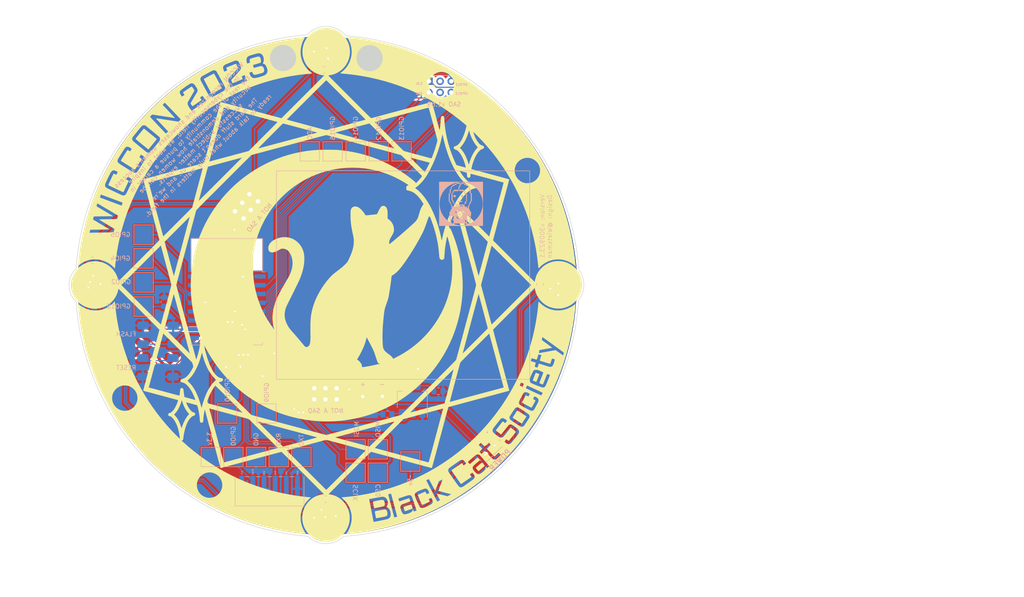
<source format=kicad_pcb>
(kicad_pcb (version 20211014) (generator pcbnew)
  (title_block (rev "1.1"))
  (layers (0 "F.Cu" signal) (31 "B.Cu" signal) (34 "B.Paste" user) (35 "F.Paste" user) (36 "B.SilkS" user "B.Silkscreen") (37 "F.SilkS" user "F.Silkscreen") (38 "B.Mask" user) (39 "F.Mask" user) (44 "Edge.Cuts" user))
  (net 0 "")
  (net 1 "GND")
  (net 2 "Net-(D1-Pad2)")
  (net 3 "Net-(D2-Pad2)")
  (net 4 "Net-(D3-Pad2)")
  (net 5 "GPIO09")
  (net 6 "RST")
  (net 7 "ADC")
  (net 8 "GPIO16")
  (net 9 "GPIO14")
  (net 10 "GPIO12")
  (net 11 "GPIO13")
  (net 12 "3.3v")
  (net 13 "CS0")
  (net 14 "MISO")
  (net 15 "GPIO10")
  (net 16 "MOSI")
  (net 17 "SCLK")
  (net 18 "GPIO15")
  (net 19 "GPIO02")
  (net 20 "GPIO0")
  (net 21 "GPIO04")
  (net 22 "GPIO05")
  (net 23 "RXD")
  (net 24 "TXD")
  (net 32 "D out{slash}in")
  (net 36 "4v")
  (net 37 "+4V")
  (footprint "LED_SMD:LED_WS2812B_PLCC4_5.0x5.0mm_P3.2mm" (layer "F.Cu") (at 150.23 153.514054)
    (fp_text reference "D3" hide)
    (fp_text value "WS2812B" hide)
  )
  (footprint "LED_SMD:LED_WS2812B_PLCC4_5.0x5.0mm_P3.2mm" (layer "F.Cu") (at 203.14 100.48 90)
    (fp_text reference "D2" hide)
    (fp_text value "WS2812B" hide)
  )
  (footprint "Connector_PinSocket_2.54mm:PinSocket_2x03_P2.54mm_Vertical" (layer "F.Cu") (at 129.521567 83.713072 140)
    (fp_text reference "J3" hide)
    (fp_text value "NOT A SAO")
  )
  (footprint "Connector_PinSocket_2.54mm:PinSocket_2x03_P2.54mm_Vertical" (layer "F.Cu") (at 173.685 54.11 90)
    (fp_text reference "J1" hide)
    (fp_text value "SAO v1.69")
  )
  (footprint "Connector_PinSocket_2.54mm:PinSocket_2x03_P2.54mm_Vertical" (layer "F.Cu") (at 147.575 124.01 90)
    (fp_text reference "J2" hide)
    (fp_text value "NOT A SAO")
  )
  (footprint "Zerocopter:sw_tactile_4x4" (layer "F.Cu") (at 111.341387 121.728337 -44)
    (fp_text reference "MODE1" hide)
    (fp_text value "MODE" hide)
  )
  (footprint "Zerocopter:WICCON_CAT_MOON_STAR2" (layer "F.Cu") (at 149.937089 100.334395)
    (fp_text reference "Ref**" hide)
    (fp_text value "Val**" hide)
    (fp_arc (start -3.8 57.4) (mid -40.120972 40.5095) (end -56.6 4) (layer "Edge.Cuts") (width 0.12))
    (fp_arc (start -4 -56.8) (mid 0.446237 -58.734438) (end 4.8 -56.6) (layer "Edge.Cuts") (width 0.12))
    (fp_arc (start 57.8 3.7) (mid 41.234967 40.662667) (end 4.35 57.4) (layer "Edge.Cuts") (width 0.12))
    (fp_arc (start 4.8 -56.6) (mid 41.218706 -39.774831) (end 57.9 -3.29) (layer "Edge.Cuts") (width 0.12))
    (fp_arc (start 57.9 -3.29) (mid 59.032648 0.221919) (end 57.8 3.7) (layer "Edge.Cuts") (width 0.12))
    (fp_arc (start 4.35 57.4) (mid 0.275 59.076976) (end -3.8 57.4) (layer "Edge.Cuts") (width 0.12))
    (fp_arc (start -56.6 4) (mid -58.223703 0.2) (end -56.6 -3.6) (layer "Edge.Cuts") (width 0.12))
    (fp_arc (start -56.6 -3.6) (mid -40.183464 -39.971996) (end -4 -56.8) (layer "Edge.Cuts") (width 0.12))
  )
  (footprint "LED_SMD:LED_WS2812B_PLCC4_5.0x5.0mm_P3.2mm" (layer "F.Cu") (at 97.612089 100.5 -90)
    (fp_text reference "D4" hide)
    (fp_text value "WS2812B" hide)
  )
  (footprint "LED_SMD:LED_WS2812B_PLCC4_5.0x5.0mm_P3.2mm" (layer "F.Cu") (at 150.31 47.24 180)
    (fp_text reference "D1" hide)
    (fp_text value "WS2812B" hide)
  )
  (footprint "TestPoint:TestPoint_Pad_4.0x4.0mm" (layer "B.Cu") (at 162.052 137.922 -90)
    (fp_text reference "TP18" hide)
    (fp_text value "MISO")
  )
  (footprint "Resistor_SMD:R_0805_2012Metric_Pad1.20x1.40mm_HandSolder" (layer "B.Cu") (at 113.42 104.35 -90)
    (fp_text reference "R1" hide)
    (fp_text value "10k" hide)
  )
  (footprint "Zerocopter:sw_tactile_4x4" (layer "B.Cu") (at 107.6375 122.5145 180)
    (fp_text reference "RESET1" hide)
    (fp_text value "RESET")
  )
  (footprint "Zerocopter:Battery_holder_3AA" (layer "B.Cu") (at 167.8 98.205)
    (fp_text reference "BT1" hide)
    (fp_text value "Battery" hide)
  )
  (footprint "TestPoint:TestPoint_Pad_4.0x4.0mm" (layer "B.Cu") (at 134.32 139.69 180)
    (fp_text reference "TP1" hide)
    (fp_text value "GND")
  )
  (footprint "TestPoint:TestPoint_Pad_4.0x4.0mm" (layer "B.Cu") (at 108.692 89.04)
    (fp_text reference "TP23" hide)
    (fp_text value "GPIO5")
  )
  (footprint "TestPoint:TestPoint_Pad_4.0x4.0mm" (layer "B.Cu") (at 151.75 70.08)
    (fp_text reference "TP20" hide)
    (fp_text value "GPIO16")
  )
  (footprint "TestPoint:TestPoint_Pad_4.0x4.0mm" (layer "B.Cu") (at 136.7 129.76)
    (fp_text reference "TP24" hide)
    (fp_text value "GPIO9")
  )
  (footprint "Package_TO_SOT_SMD:SOT-223-3_TabPin2" (layer "B.Cu") (at 169.89 126.59 90)
    (fp_text reference "U2" hide)
    (fp_text value "AMS1117-3.3" hide)
  )
  (footprint "Resistor_SMD:R_0805_2012Metric" (layer "B.Cu") (at 198.99 100.34 90)
    (fp_text reference "C2" hide)
    (fp_text value "0.1uf" hide)
  )
  (footprint "Resistor_SMD:R_0805_2012Metric" (layer "B.Cu") (at 149.81 51.51 180)
    (fp_text reference "C1" hide)
    (fp_text value "0.1uf" hide)
  )
  (footprint "TestPoint:TestPoint_Pad_4.0x4.0mm" (layer "B.Cu") (at 162.052 143.256 -90)
    (fp_text reference "TP14" hide)
    (fp_text value "CS0")
  )
  (footprint "TestPoint:TestPoint_Pad_4.0x4.0mm" (layer "B.Cu") (at 108.712 99.91)
    (fp_text reference "TP16" hide)
    (fp_text value "GPIO2")
  )
  (footprint "Resistor_SMD:R_0805_2012Metric" (layer "B.Cu") (at 97.025 94.9 180)
    (fp_text reference "C4" hide)
    (fp_text value "0.1uf" hide)
  )
  (footprint "Zerocopter:MSK12C02" (layer "B.Cu") (at 187.58 138.12 -135)
    (fp_text reference "S1" hide)
    (fp_text value "POWER")
  )
  (footprint "TestPoint:TestPoint_Pad_4.0x4.0mm" (layer "B.Cu") (at 124.01 139.69 180)
    (fp_text reference "TP2" hide)
    (fp_text value "3.3v")
  )
  (footprint "RF_Module:ESP-12E" (layer "B.Cu") (at 127.65 102.05 180)
    (fp_text reference "U1" hide)
    (fp_text value "ESP-12F" hide)
  )
  (footprint "Capacitor_SMD:C_0805_2012Metric_Pad1.18x1.45mm_HandSolder" (layer "B.Cu") (at 175.84 124.69)
    (fp_text reference "C7" hide)
    (fp_text value "47 - 1000uF" hide)
  )
  (footprint "TestPoint:TestPoint_Pad_4.0x4.0mm" (layer "B.Cu") (at 144.64 139.69 180)
    (fp_text reference "TP4" hide)
    (fp_text value "TXD")
  )
  (footprint "TestPoint:TestPoint_Pad_4.0x4.0mm" (layer "B.Cu") (at 146.54 70.07 180)
    (fp_text reference "TP9" hide)
    (fp_text value "ADC")
  )
  (footprint "Capacitor_SMD:C_0805_2012Metric_Pad1.18x1.45mm_HandSolder" (layer "B.Cu") (at 164.22 129.93 180)
    (fp_text reference "C5" hide)
    (fp_text value "0.1 - 10uF" hide)
  )
  (footprint "TestPoint:TestPoint_Pad_4.0x4.0mm" (layer "B.Cu") (at 157 70.06)
    (fp_text reference "TP13" hide)
    (fp_text value "GPIO14")
  )
  (footprint "TestPoint:TestPoint_Pad_4.0x4.0mm" (layer "B.Cu") (at 127.74 129.76)
    (fp_text reference "TP25" hide)
    (fp_text value "GPIO10")
  )
  (footprint "Connector_Harting:Harting_har-flexicon_14110413010xxx_1x04-MP_P2.54mm_Horizontal" (layer "B.Cu") (at 137.39 148.22 180)
    (fp_text reference "J4" hide)
    (fp_text value "Conn_01x06_Female" hide)
  )
  (footprint "TestPoint:TestPoint_Pad_4.0x4.0mm" (layer "B.Cu") (at 108.712 105.41)
    (fp_text reference "TP17" hide)
    (fp_text value "GPIO15")
  )
  (footprint "TestPoint:TestPoint_Pad_4.0x4.0mm" (layer "B.Cu") (at 156.972 143.256 180)
    (fp_text reference "TP22" hide)
    (fp_text value "SCLK")
  )
  (footprint "TestPoint:TestPoint_Pad_4.0x4.0mm" (layer "B.Cu") (at 108.692 94.44 90)
    (fp_text reference "TP19" hide)
    (fp_text value "GPIO4")
  )
  (footprint "TestPoint:TestPoint_Pad_4.0x4.0mm" (layer "B.Cu") (at 156.972 137.922 180)
    (fp_text reference "TP21" hide)
    (fp_text value "MOSI")
  )
  (footprint "Zerocopter:sw_tactile_4x4" (layer "B.Cu") (at 116.3225 108.5955)
    (fp_text reference "FLASH1" hide)
    (fp_text value "FLASH")
  )
  (footprint "TestPoint:TestPoint_Pad_4.0x4.0mm" (layer "B.Cu") (at 169.418 140.716 90)
    (fp_text reference "TP28" hide)
    (fp_text value "~5v")
  )
  (footprint "TestPoint:TestPoint_Pad_4.0x4.0mm" (layer "B.Cu") (at 162.24 70.06)
    (fp_text reference "TP27" hide)
    (fp_text value "GPIO12")
  )
  (footprint "TestPoint:TestPoint_Pad_4.0x4.0mm" (layer "B.Cu") (at 167.46 70.06)
    (fp_text reference "TP30" hide)
    (fp_text value "GPIO13")
  )
  (footprint "TestPoint:TestPoint_Pad_4.0x4.0mm" (layer "B.Cu") (at 139.47 139.69 180)
    (fp_text reference "TP5" hide)
    (fp_text value "RXD")
  )
  (footprint "Resistor_SMD:R_0805_2012Metric" (layer "B.Cu") (at 150.125 149.275)
    (fp_text reference "C3" hide)
    (fp_text value "0.1uf" hide)
  )
  (footprint "Zerocopter:Chantal" (layer "B.Cu") (at 180.963427 81.751418 180)
    (fp_text reference "REF**" hide)
    (fp_text value "Chantal" hide)
  )
  (footprint "TestPoint:TestPoint_Pad_4.0x4.0mm" (layer "B.Cu") (at 129.15 139.69 180)
    (fp_text reference "TP3" hide)
    (fp_text value "GPIO0")
  )
  (gr_circle (center 140.45 48.801406) (end 143.331406 48.801406) (layer "Edge.Cuts") (width 0.2) (fill solid))
  (gr_circle (center 160.168594 48.85) (end 163.05 48.85) (layer "Edge.Cuts") (width 0.2) (fill solid))
  (gr_text "GPIO0" (at 133.604 143.002 90) (layer "B.SilkS") (effects (font (size 0.3 0.3) (thickness 0.05)) (justify mirror)))
  (gr_text "3.3v" (at 131.064 143.256 90) (layer "B.SilkS") (effects (font (size 0.3 0.3) (thickness 0.05)) (justify mirror)))
  (gr_text "GND" (at 171.45 56.896) (layer "B.SilkS") (effects (font (size 0.5 0.5) (thickness 0.1)) (justify mirror)))
  (gr_text "GPIO13" (at 181.102 56.896) (layer "B.SilkS") (effects (font (size 0.5 0.5) (thickness 0.1)) (justify mirror)))
  (gr_text "Design: @Wietsman" (at 201.2 87.2 90) (layer "B.SilkS") (effects (font (size 1 1) (thickness 0.1)) (justify mirror)))
  (gr_text "3.3v" (at 171.45 54.61) (layer "B.SilkS") (effects (font (size 0.5 0.5) (thickness 0.1)) (justify mirror)))
  (gr_text "RXD" (at 138.684 143.256 90) (layer "B.SilkS") (effects (font (size 0.3 0.3) (thickness 0.05)) (justify mirror)))
  (gr_text "TXD" (at 141.224 143.256 90) (layer "B.SilkS") (effects (font (size 0.3 0.3) (thickness 0.05)) (justify mirror)))
  (gr_text "GND" (at 143.764 143.256 90) (layer "B.SilkS") (effects (font (size 0.3 0.3) (thickness 0.05)) (justify mirror)))
  (gr_text "GPIO12" (at 181.102 54.864) (layer "B.SilkS") (effects (font (size 0.5 0.5) (thickness 0.1)) (justify mirror)))
  (gr_text "GND" (at 136.144 143.256 90) (layer "B.SilkS") (effects (font (size 0.3 0.3) (thickness 0.05)) (justify mirror)))
  (gr_text "Version: v300923.1" (at 199.5 87.122 90) (layer "B.SilkS") (effects (font (size 1 1) (thickness 0.1)) (justify mirror)))
  (gr_text "WICCON recognizes and showcases women's success\n in the cybersecurity field. We want to inspire \nthe rest of the community to pursue a career in \nsecurity and demonstrate how women can be \nsuccessful subject matter experts. \nThe hard stuff doesn't scare us, and we're \nready to talk about what truly matters in the field.\n" (at 120.1 67.55 44) (layer "B.SilkS") (effects (font (size 1 1)) (justify mirror)))
  (via (at 127.5 119.18) (size 0.8) (drill 0.4) (layers "F.Cu" "B.Cu") (net 1))
  (via (at 171.196 119.634) (size 0.8) (drill 0.4) (layers "F.Cu" "B.Cu") (net 1))
  (via (at 203.15 100.15) (size 0.8) (drill 0.4) (layers "F.Cu" "B.Cu") (net 1))
  (via (at 138.43 116.078) (size 0.8) (drill 0.4) (layers "F.Cu" "B.Cu") (net 1))
  (via (at 129.4 87.925) (size 0.8) (drill 0.4) (layers "F.Cu" "B.Cu") (net 1))
  (via (at 150.35 46.56) (size 0.8) (drill 0.4) (layers "F.Cu" "B.Cu") (net 1))
  (via (at 153 129.75) (size 0.8) (drill 0.4) (layers "F.Cu" "B.Cu") (net 1))
  (via (at 143.002 128.778) (size 0.8) (drill 0.4) (layers "F.Cu" "B.Cu") (net 1))
  (via (at 96.52 99.822) (size 0.8) (drill 0.4) (layers "F.Cu" "B.Cu") (net 1))
  (via (at 155.57 124.3) (size 0.8) (drill 0.4) (layers "F.Cu" "B.Cu") (net 1))
  (via (at 150.11 153.36) (size 0.8) (drill 0.4) (layers "F.Cu" "B.Cu") (net 1))
  (segment (start 152.76 45.59) (end 153.835 46.665) (width 0.25) (layer "F.Cu") (net 2))
  (segment (start 203 96.52) (end 201.49 98.03) (width 0.25) (layer "F.Cu") (net 2))
  (segment (start 191.516 69.088) (end 191.516 74.422) (width 0.25) (layer "F.Cu") (net 2))
  (segment (start 203 85.906) (end 203 96.52) (width 0.25) (layer "F.Cu") (net 2))
  (segment (start 191.516 74.422) (end 203 85.906) (width 0.25) (layer "F.Cu") (net 2))
  (segment (start 180.34 57.912) (end 191.516 69.088) (width 0.25) (layer "F.Cu") (net 2))
  (segment (start 162.814 57.912) (end 180.34 57.912) (width 0.25) (layer "F.Cu") (net 2))
  (segment (start 153.835 46.665) (end 153.835 48.933) (width 0.25) (layer "F.Cu") (net 2))
  (segment (start 153.835 48.933) (end 162.814 57.912) (width 0.25) (layer "F.Cu") (net 2))
  (segment (start 204.75 102.97) (end 204.79 102.93) (width 0.25) (layer "F.Cu") (net 3))
  (segment (start 204.63 102.97) (end 204.75 102.97) (width 0.25) (layer "F.Cu") (net 3))
  (segment (start 204.79 102.93) (end 204.66 102.8) (width 0.25) (layer "F.Cu") (net 3))
  (segment (start 204.66 102.8) (end 203.125 102.8) (width 0.25) (layer "F.Cu") (net 3))
  (segment (start 152.74 151.864054) (end 152.475 152.129054) (width 0.25) (layer "F.Cu") (net 3))
  (segment (start 152.68933 151.864054) (end 152.74 151.864054) (width 0.25) (layer "F.Cu") (net 3))
  (segment (start 152.475 152.129054) (end 152.475 153.075) (width 0.25) (layer "F.Cu") (net 3))
  (via (at 152.475 153.075) (size 0.8) (drill 0.4) (layers "F.Cu" "B.Cu") (net 3))
  (via (at 203.125 102.8) (size 0.8) (drill 0.4) (layers "F.Cu" "B.Cu") (net 3))
  (segment (start 154.8 150.75) (end 172.45 150.75) (width 0.25) (layer "B.Cu") (net 3))
  (segment (start 172.45 150.75) (end 179.7 143.5) (width 0.25) (layer "B.Cu") (net 3))
  (segment (start 179.7 143.5) (end 185.175 143.5) (width 0.25) (layer "B.Cu") (net 3))
  (segment (start 194.76 106.118896) (end 198.078896 102.8) (width 0.25) (layer "B.Cu") (net 3))
  (segment (start 194.76 131.156396) (end 194.76 106.118896) (width 0.25) (layer "B.Cu") (net 3))
  (segment (start 192.95 132.966396) (end 194.76 131.156396) (width 0.25) (layer "B.Cu") (net 3))
  (segment (start 192.95 135.725) (end 192.95 132.966396) (width 0.25) (layer "B.Cu") (net 3))
  (segment (start 185.175 143.5) (end 192.95 135.725) (width 0.25) (layer "B.Cu") (net 3))
  (segment (start 152.475 153.075) (end 154.8 150.75) (width 0.25) (layer "B.Cu") (net 3))
  (segment (start 198.078896 102.8) (end 203.125 102.8) (width 0.25) (layer "B.Cu") (net 3))
  (segment (start 96.130604 101.080969) (end 97.849635 102.8) (width 0.25) (layer "F.Cu") (net 4))
  (segment (start 97.849635 102.8) (end 99.262089 102.8) (width 0.25) (layer "F.Cu") (net 4))
  (segment (start 147.84 155.164054) (end 147.55381 154.877864) (width 0.25) (layer "F.Cu") (net 4))
  (segment (start 147.55381 154.877864) (end 147.55381 153.50381) (width 0.25) (layer "F.Cu") (net 4))
  (segment (start 147.78933 155.164054) (end 147.84 155.164054) (width 0.25) (layer "F.Cu") (net 4))
  (via (at 96.130604 101.080969) (size 0.8) (drill 0.4) (layers "F.Cu" "B.Cu") (net 4))
  (via (at 147.55381 153.50381) (size 0.8) (drill 0.4) (layers "F.Cu" "B.Cu") (net 4))
  (segment (start 147.55381 153.50381) (end 146.46 152.41) (width 0.25) (layer "B.Cu") (net 4))
  (segment (start 129.34 152.41) (end 122.11 145.18) (width 0.25) (layer "B.Cu") (net 4))
  (segment (start 119.993604 145.18) (end 114.48 139.666396) (width 0.25) (layer "B.Cu") (net 4))
  (segment (start 114.48 137.536396) (end 104.39 127.446396) (width 0.25) (layer "B.Cu") (net 4))
  (segment (start 104.39 118.087792) (end 96.130604 109.828396) (width 0.25) (layer "B.Cu") (net 4))
  (segment (start 96.130604 109.828396) (end 96.130604 101.080969) (width 0.25) (layer "B.Cu") (net 4))
  (segment (start 146.46 152.41) (end 129.34 152.41) (width 0.25) (layer "B.Cu") (net 4))
  (segment (start 114.48 139.666396) (end 114.48 137.536396) (width 0.25) (layer "B.Cu") (net 4))
  (segment (start 122.11 145.18) (end 119.993604 145.18) (width 0.25) (layer "B.Cu") (net 4))
  (segment (start 104.39 127.446396) (end 104.39 118.087792) (width 0.25) (layer "B.Cu") (net 4))
  (segment (start 130.75 119.15) (end 133.66 119.15) (width 0.25) (layer "F.Cu") (net 5))
  (segment (start 133.66 119.15) (end 135.76 121.25) (width 0.25) (layer "F.Cu") (net 5))
  (via (at 135.76 121.25) (size 0.8) (drill 0.4) (layers "F.Cu" "B.Cu") (net 5))
  (via (at 130.75 119.15) (size 0.8) (drill 0.4) (layers "F.Cu" "B.Cu") (net 5))
  (segment (start 128.65 114.05) (end 128.65 117.05) (width 0.25) (layer "B.Cu") (net 5))
  (segment (start 135.76 121.25) (end 135.77 121.26) (width 0.25) (layer "B.Cu") (net 5))
  (segment (start 135.77 121.26) (end 135.77 128.83) (width 0.25) (layer "B.Cu") (net 5))
  (segment (start 128.65 117.05) (end 130.75 119.15) (width 0.25) (layer "B.Cu") (net 5))
  (segment (start 135.77 128.83) (end 136.7 129.76) (width 0.25) (layer "B.Cu") (net 5))
  (segment (start 112.47 119.12) (end 115.55 119.12) (width 0.25) (layer "F.Cu") (net 6))
  (segment (start 115.55 119.12) (end 131.33 103.34) (width 0.25) (layer "F.Cu") (net 6))
  (segment (start 111.07 117.72) (end 112.47 119.12) (width 0.25) (layer "F.Cu") (net 6))
  (segment (start 131.33 103.34) (end 131.33 98.58) (width 0.25) (layer "F.Cu") (net 6))
  (via (at 111.07 117.72) (size 0.8) (drill 0.4) (layers "F.Cu" "B.Cu") (net 6))
  (via (at 131.33 98.58) (size 0.8) (drill 0.4) (layers "F.Cu" "B.Cu") (net 6))
  (segment (start 131.36 98.55) (end 135.25 98.55) (width 0.25) (layer "B.Cu") (net 6))
  (segment (start 111.07 117.72) (end 109.112 117.72) (width 0.25) (layer "B.Cu") (net 6))
  (segment (start 131.33 98.58) (end 131.36 98.55) (width 0.25) (layer "B.Cu") (net 6))
  (segment (start 111.07 117.72) (end 114.788 117.72) (width 0.25) (layer "B.Cu") (net 6))
  (segment (start 114.788 117.72) (end 115.3725 117.1355) (width 0.25) (layer "B.Cu") (net 6))
  (segment (start 109.112 117.72) (end 108.5275 117.1355) (width 0.25) (layer "B.Cu") (net 6))
  (segment (start 146.54 76.062792) (end 146.54 70.07) (width 0.25) (layer "B.Cu") (net 7))
  (segment (start 136.75 100.55) (end 138.87 98.43) (width 0.25) (layer "B.Cu") (net 7))
  (segment (start 135.25 100.55) (end 136.75 100.55) (width 0.25) (layer "B.Cu") (net 7))
  (segment (start 138.87 83.732792) (end 146.54 76.062792) (width 0.25) (layer "B.Cu") (net 7))
  (segment (start 138.87 98.43) (end 138.87 83.732792) (width 0.25) (layer "B.Cu") (net 7))
  (segment (start 151.75 70.08) (end 151.75 71.489188) (width 0.25) (layer "B.Cu") (net 8))
  (segment (start 136.825 102.065) (end 136.825 104.394) (width 0.25) (layer "B.Cu") (net 8))
  (segment (start 136.669 104.55) (end 135.25 104.55) (width 0.25) (layer "B.Cu") (net 8))
  (segment (start 151.75 71.489188) (end 139.32 83.919188) (width 0.25) (layer "B.Cu") (net 8))
  (segment (start 139.32 99.57) (end 136.825 102.065) (width 0.25) (layer "B.Cu") (net 8))
  (segment (start 136.825 104.394) (end 136.669 104.55) (width 0.25) (layer "B.Cu") (net 8))
  (segment (start 139.32 83.919188) (end 139.32 99.57) (width 0.25) (layer "B.Cu") (net 8))
  (segment (start 147.45 47.325) (end 147.45 48.48) (width 0.25) (layer "F.Cu") (net 9))
  (segment (start 147.45 48.48) (end 147.86 48.89) (width 0.25) (layer "F.Cu") (net 9))
  (via (at 147.45 47.325) (size 0.8) (drill 0.4) (layers "F.Cu" "B.Cu") (net 9))
  (segment (start 137.275 102.251396) (end 137.275 104.925) (width 0.25) (layer "B.Cu") (net 9))
  (segment (start 157 70.06) (end 157 72.65) (width 0.25) (layer "B.Cu") (net 9))
  (segment (start 139.77 99.756396) (end 137.275 102.251396) (width 0.25) (layer "B.Cu") (net 9))
  (segment (start 135.65 106.55) (end 135.25 106.55) (width 0.25) (layer "B.Cu") (net 9))
  (segment (start 156.7 72.95) (end 150.925584 72.95) (width 0.25) (layer "B.Cu") (net 9))
  (segment (start 147.45 56.37) (end 157 65.92) (width 0.25) (layer "B.Cu") (net 9))
  (segment (start 157 72.65) (end 156.7 72.95) (width 0.25) (layer "B.Cu") (net 9))
  (segment (start 147.45 47.325) (end 147.45 56.37) (width 0.25) (layer "B.Cu") (net 9))
  (segment (start 139.77 84.105584) (end 139.77 99.756396) (width 0.25) (layer "B.Cu") (net 9))
  (segment (start 157 65.92) (end 157 70.06) (width 0.25) (layer "B.Cu") (net 9))
  (segment (start 137.275 104.925) (end 135.65 106.55) (width 0.25) (layer "B.Cu") (net 9))
  (segment (start 150.925584 72.95) (end 139.77 84.105584) (width 0.25) (layer "B.Cu") (net 9))
  (segment (start 136.825 106.011396) (end 136.825 107.777) (width 0.25) (layer "B.Cu") (net 10))
  (segment (start 161.81 73.4) (end 151.11198 73.4) (width 0.25) (layer "B.Cu") (net 10))
  (segment (start 173.121 52.324) (end 177.8 52.324) (width 0.25) (layer "B.Cu") (net 10))
  (segment (start 178.765 53.289) (end 178.765 54.11) (width 0.25) (layer "B.Cu") (net 10))
  (segment (start 137.725 105.111396) (end 136.825 106.011396) (width 0.25) (layer "B.Cu") (net 10))
  (segment (start 136.052 108.55) (end 135.25 108.55) (width 0.25) (layer "B.Cu") (net 10))
  (segment (start 162.24 72.97) (end 161.81 73.4) (width 0.25) (layer "B.Cu") (net 10))
  (segment (start 136.825 107.777) (end 136.052 108.55) (width 0.25) (layer "B.Cu") (net 10))
  (segment (start 140.22 84.29198) (end 140.22 99.942792) (width 0.25) (layer "B.Cu") (net 10))
  (segment (start 162.24 70.06) (end 162.24 67.376) (width 0.25) (layer "B.Cu") (net 10))
  (segment (start 171.958 53.487) (end 173.121 52.324) (width 0.25) (layer "B.Cu") (net 10))
  (segment (start 177.8 52.324) (end 178.765 53.289) (width 0.25) (layer "B.Cu") (net 10))
  (segment (start 162.24 70.06) (end 162.24 72.97) (width 0.25) (layer "B.Cu") (net 10))
  (segment (start 171.958 57.658) (end 171.958 53.487) (width 0.25) (layer "B.Cu") (net 10))
  (segment (start 162.24 67.376) (end 171.958 57.658) (width 0.25) (layer "B.Cu") (net 10))
  (segment (start 151.11198 73.4) (end 140.22 84.29198) (width 0.25) (layer "B.Cu") (net 10))
  (segment (start 140.22 99.942792) (end 137.725 102.437792) (width 0.25) (layer "B.Cu") (net 10))
  (segment (start 137.725 102.437792) (end 137.725 105.111396) (width 0.25) (layer "B.Cu") (net 10))
  (segment (start 140.67 100.129188) (end 138.175 102.624188) (width 0.25) (layer "B.Cu") (net 11))
  (segment (start 178.765 60.503) (end 178.765 56.65) (width 0.25) (layer "B.Cu") (net 11))
  (segment (start 135.65 110.55) (end 135.25 110.55) (width 0.25) (layer "B.Cu") (net 11))
  (segment (start 137.275 106.197792) (end 137.275 108.925) (width 0.25) (layer "B.Cu") (net 11))
  (segment (start 166.47 73.85) (end 151.298376 73.85) (width 0.25) (layer "B.Cu") (net 11))
  (segment (start 140.67 84.478376) (end 140.67 100.129188) (width 0.25) (layer "B.Cu") (net 11))
  (segment (start 167.46 70.06) (end 167.46 72.86) (width 0.25) (layer "B.Cu") (net 11))
  (segment (start 138.175 102.624188) (end 138.175 105.297792) (width 0.25) (layer "B.Cu") (net 11))
  (segment (start 167.46 72.86) (end 166.47 73.85) (width 0.25) (layer "B.Cu") (net 11))
  (segment (start 138.175 105.297792) (end 137.275 106.197792) (width 0.25) (layer "B.Cu") (net 11))
  (segment (start 169.208 70.06) (end 178.765 60.503) (width 0.25) (layer "B.Cu") (net 11))
  (segment (start 151.298376 73.85) (end 140.67 84.478376) (width 0.25) (layer "B.Cu") (net 11))
  (segment (start 137.275 108.925) (end 135.65 110.55) (width 0.25) (layer "B.Cu") (net 11))
  (segment (start 167.46 70.06) (end 169.208 70.06) (width 0.25) (layer "B.Cu") (net 11))
  (segment (start 138.625 105.484188) (end 137.725 106.384188) (width 0.25) (layer "B.Cu") (net 12))
  (segment (start 137.725 109.111396) (end 136.825 110.011396) (width 0.25) (layer "B.Cu") (net 12))
  (segment (start 143.256 125.473208) (end 145.697792 127.915) (width 0.25) (layer "B.Cu") (net 12))
  (segment (start 173.5525 123.44) (end 174.8025 124.69) (width 0.25) (layer "B.Cu") (net 12))
  (segment (start 151.484772 74.3) (end 141.12 84.664772) (width 0.25) (layer "B.Cu") (net 12))
  (segment (start 138.625 102.810584) (end 138.625 105.484188) (width 0.25) (layer "B.Cu") (net 12))
  (segment (start 134.5 102.55) (end 133.49 103.56) (width 0.25) (layer "B.Cu") (net 12))
  (segment (start 136.825 110.011396) (end 136.825 111.375) (width 0.25) (layer "B.Cu") (net 12))
  (segment (start 135.25 102.55) (end 134.5 102.55) (width 0.25) (layer "B.Cu") (net 12))
  (segment (start 137.725 106.384188) (end 137.725 109.111396) (width 0.25) (layer "B.Cu") (net 12))
  (segment (start 129.46 146.92) (end 124.206 141.666) (width 0.25) (layer "B.Cu") (net 12))
  (segment (start 168.17 131.46) (end 169.89 129.74) (width 0.25) (layer "B.Cu") (net 12))
  (segment (start 148.863188 131.46) (end 168.17 131.46) (width 0.25) (layer "B.Cu") (net 12))
  (segment (start 135.25 112.55) (end 135.25 117.467208) (width 0.25) (layer "B.Cu") (net 12))
  (segment (start 146.482 121.158) (end 143.256 124.384) (width 0.25) (layer "B.Cu") (net 12))
  (segment (start 173.998 54.11) (end 175.352 55.464) (width 0.25) (layer "B.Cu") (net 12))
  (segment (start 145.697792 127.915) (end 145.707097 127.915) (width 0.25) (layer "B.Cu") (net 12))
  (segment (start 173.685 54.11) (end 173.998 54.11) (width 0.25) (layer "B.Cu") (net 12))
  (segment (start 125.7 117.247701) (end 125.7 112.95) (width 0.25) (layer "B.Cu") (net 12))
  (segment (start 133.49 111.85) (end 134.19 112.55) (width 0.25) (layer "B.Cu") (net 12))
  (segment (start 124.206 139.65) (end 124.206 118.741701) (width 0.25) (layer "B.Cu") (net 12))
  (segment (start 172.88 67.2) (end 170.18 69.9) (width 0.25) (layer "B.Cu") (net 12))
  (segment (start 176.16 63.92) (end 172.86 67.22) (width 0.25) (layer "B.Cu") (net 12))
  (segment (start 175.352 55.475) (end 179.935 55.475) (width 0.25) (layer "B.Cu") (net 12))
  (segment (start 170.18 69.9) (end 170.18 72.644) (width 0.25) (layer "B.Cu") (net 12))
  (segment (start 169.89 123.44) (end 167.72 123.44) (width 0.25) (layer "B.Cu") (net 12))
  (segment (start 169.89 123.44) (end 173.5525 123.44) (width 0.25) (layer "B.Cu") (net 12))
  (segment (start 165.438 121.158) (end 146.482 121.158) (width 0.25) (layer "B.Cu") (net 12))
  (segment (start 141.12 84.664772) (end 141.12 100.315584) (width 0.25) (layer "B.Cu") (net 12))
  (segment (start 136.825 111.375) (end 135.65 112.55) (width 0.25) (layer "B.Cu") (net 12))
  (segment (start 131.04 146.92) (end 129.46 146.92) (width 0.25) (layer "B.Cu") (net 12))
  (segment (start 135.65 112.55) (end 135.25 112.55) (width 0.25) (layer "B.Cu") (net 12))
  (segment (start 145.707097 127.915) (end 147.615507 129.82341) (width 0.25) (layer "B.Cu") (net 12))
  (segment (start 147.615507 130.212319) (end 148.863188 131.46) (width 0.25) (layer "B.Cu") (net 12))
  (segment (start 125.7 112.95) (end 126.1 112.55) (width 0.25) (layer "B.Cu") (net 12))
  (segment (start 175.352 55.464) (end 175.352 55.475) (width 0.25) (layer "B.Cu") (net 12))
  (segment (start 141.12 100.315584) (end 138.625 102.810584) (width 0.25) (layer "B.Cu") (net 12))
  (segment (start 134.19 112.55) (end 135.25 112.55) (width 0.25) (layer "B.Cu") (net 12))
  (segment (start 170.18 72.644) (end 168.524 74.3) (width 0.25) (layer "B.Cu") (net 12))
  (segment (start 168.524 74.3) (end 151.484772 74.3) (width 0.25) (layer "B.Cu") (net 12))
  (segment (start 126.1 112.55) (end 135.25 112.55) (width 0.25) (layer "B.Cu") (net 12))
  (segment (start 143.256 124.384) (end 143.256 125.473208) (width 0.25) (layer "B.Cu") (net 12))
  (segment (start 135.25 117.467208) (end 143.256 125.473208) (width 0.25) (layer "B.Cu") (net 12))
  (segment (start 124.206 118.741701) (end 125.7 117.247701) (width 0.25) (layer "B.Cu") (net 12))
  (segment (start 179.935 55.475) (end 180.848 56.388) (width 0.25) (layer "B.Cu") (net 12))
  (segment (start 180.848 56.388) (end 180.848 59.202) (width 0.25) (layer "B.Cu") (net 12))
  (segment (start 124.206 141.666) (end 124.206 139.65) (width 0.25) (layer "B.Cu") (net 12))
  (segment (start 180.848 59.202) (end 176.13 63.92) (width 0.25) (layer "B.Cu") (net 12))
  (segment (start 133.49 103.56) (end 133.49 111.85) (width 0.25) (layer "B.Cu") (net 12))
  (segment (start 147.615507 129.82341) (end 147.615507 130.212319) (width 0.25) (layer "B.Cu") (net 12))
  (segment (start 167.72 123.44) (end 165.438 121.158) (width 0.25) (layer "B.Cu") (net 12))
  (segment (start 133.665 116.518604) (end 133.665 115.065) (width 0.25) (layer "B.Cu") (net 13))
  (segment (start 147.165507 130.009806) (end 145.520701 128.365) (width 0.25) (layer "B.Cu") (net 13))
  (segment (start 147.165507 130.398715) (end 147.165507 130.009806) (width 0.25) (layer "B.Cu") (net 13))
  (segment (start 145.511396 128.365) (end 133.665 116.518604) (width 0.25) (layer "B.Cu") (net 13))
  (segment (start 164.142 134.424) (end 151.190792 134.424) (width 0.25) (layer "B.Cu") (net 13))
  (segment (start 164.846 135.128) (end 164.142 134.424) (width 0.25) (layer "B.Cu") (net 13))
  (segment (start 164.846 140.462) (end 164.846 135.128) (width 0.25) (layer "B.Cu") (net 13))
  (segment (start 151.190792 134.424) (end 147.165507 130.398715) (width 0.25) (layer "B.Cu") (net 13))
  (segment (start 133.665 115.065) (end 132.65 114.05) (width 0.25) (layer "B.Cu") (net 13))
  (segment (start 145.520701 128.365) (end 145.511396 128.365) (width 0.25) (layer "B.Cu") (net 13))
  (segment (start 162.052 143.256) (end 164.846 140.462) (width 0.25) (layer "B.Cu") (net 13))
  (segment (start 146.715507 130.585111) (end 146.715507 130.196202) (width 0.25) (layer "B.Cu") (net 14))
  (segment (start 146.715507 130.196202) (end 145.334305 128.815) (width 0.25) (layer "B.Cu") (net 14))
  (segment (start 162.052 137.922) (end 162.052 136.144) (width 0.25) (layer "B.Cu") (net 14))
  (segment (start 131.98 115.38) (end 130.65 114.05) (width 0.25) (layer "B.Cu") (net 14))
  (segment (start 132.495305 115.38) (end 131.98 115.38) (width 0.25) (layer "B.Cu") (net 14))
  (segment (start 133.215 116.099695) (end 132.495305 115.38) (width 0.25) (layer "B.Cu") (net 14))
  (segment (start 145.325 128.815) (end 133.215 116.705) (width 0.25) (layer "B.Cu") (net 14))
  (segment (start 151.004396 134.874) (end 146.715507 130.585111) (width 0.25) (layer "B.Cu") (net 14))
  (segment (start 160.782 134.874) (end 151.004396 134.874) (width 0.25) (layer "B.Cu") (net 14))
  (segment (start 145.334305 128.815) (end 145.325 128.815) (width 0.25) (layer "B.Cu") (net 14))
  (segment (start 162.052 136.144) (end 160.782 134.874) (width 0.25) (layer "B.Cu") (net 14))
  (segment (start 133.215 116.705) (end 133.215 116.099695) (width 0.25) (layer "B.Cu") (net 14))
  (segment (start 128.2 117.625305) (end 131.06 120.485305) (width 0.25) (layer "B.Cu") (net 15))
  (segment (start 127.77 129.82) (end 127.74 129.82) (width 0.25) (layer "B.Cu") (net 15))
  (segment (start 126.65 114.05) (end 128.2 115.6) (width 0.25) (layer "B.Cu") (net 15))
  (segment (start 128.2 115.6) (end 128.2 117.625305) (width 0.25) (layer "B.Cu") (net 15))
  (segment (start 131.06 126.53) (end 127.77 129.82) (width 0.25) (layer "B.Cu") (net 15))
  (segment (start 131.06 120.485305) (end 131.06 126.53) (width 0.25) (layer "B.Cu") (net 15))
  (segment (start 136.935 121.058604) (end 136.935 120.763299) (width 0.25) (layer "F.Cu") (net 16))
  (segment (start 144.743 129.249) (end 144.743 128.857299) (width 0.25) (layer "F.Cu") (net 16))
  (segment (start 136.935 120.763299) (end 133.316701 117.145) (width 0.25) (layer "F.Cu") (net 16))
  (segment (start 143.488701 127.603) (end 143.479396 127.603) (width 0.25) (layer "F.Cu") (net 16))
  (segment (start 129.6595 116.720305) (end 129.6595 109.7195) (width 0.25) (layer "F.Cu") (net 16))
  (segment (start 129.6595 109.7195) (end 128.9 108.96) (width 0.25) (layer "F.Cu") (net 16))
  (segment (start 133.316701 117.145) (end 130.084195 117.145) (width 0.25) (layer "F.Cu") (net 16))
  (segment (start 130.084195 117.145) (end 129.6595 116.720305) (width 0.25) (layer "F.Cu") (net 16))
  (segment (start 145.034 129.54) (end 144.743 129.249) (width 0.25) (layer "F.Cu") (net 16))
  (segment (start 143.479396 127.603) (end 136.935 121.058604) (width 0.25) (layer "F.Cu") (net 16))
  (segment (start 144.743 128.857299) (end 143.488701 127.603) (width 0.25) (layer "F.Cu") (net 16))
  (via (at 145.034 129.54) (size 0.8) (drill 0.4) (layers "F.Cu" "B.Cu") (net 16))
  (via (at 128.9 108.96) (size 0.8) (drill 0.4) (layers "F.Cu" "B.Cu") (net 16))
  (segment (start 128.9 108.96) (end 128.625872 108.96) (width 0.25) (layer "B.Cu") (net 16))
  (segment (start 128.625872 109.232932) (end 128.201177 109.657627) (width 0.25) (layer "B.Cu") (net 16))
  (segment (start 145.034 129.54) (end 153.416 137.922) (width 0.25) (layer "B.Cu") (net 16))
  (segment (start 153.416 137.922) (end 156.972 137.922) (width 0.25) (layer "B.Cu") (net 16))
  (segment (start 126.672373 109.657627) (end 124.65 111.68) (width 0.25) (layer "B.Cu") (net 16))
  (segment (start 128.625872 108.96) (end 128.625872 109.232932) (width 0.25) (layer "B.Cu") (net 16))
  (segment (start 124.65 111.68) (end 124.65 114.05) (width 0.25) (layer "B.Cu") (net 16))
  (segment (start 128.201177 109.657627) (end 126.672373 109.657627) (width 0.25) (layer "B.Cu") (net 16))
  (segment (start 129.897799 117.595) (end 127.900872 115.598073) (width 0.25) (layer "F.Cu") (net 17))
  (segment (start 143.293 128.053) (end 136.485 121.245) (width 0.25) (layer "F.Cu") (net 17))
  (segment (start 143.302305 128.053) (end 143.293 128.053) (width 0.25) (layer "F.Cu") (net 17))
  (segment (start 136.485 121.245) (end 136.485 120.949695) (width 0.25) (layer "F.Cu") (net 17))
  (segment (start 144.018 129.54) (end 144.018 128.768695) (width 0.25) (layer "F.Cu") (net 17))
  (segment (start 133.130305 117.595) (end 129.897799 117.595) (width 0.25) (layer "F.Cu") (net 17))
  (segment (start 127.900872 115.598073) (end 127.900872 108.932627) (width 0.25) (layer "F.Cu") (net 17))
  (segment (start 144.018 128.768695) (end 143.302305 128.053) (width 0.25) (layer "F.Cu") (net 17))
  (segment (start 136.485 120.949695) (end 133.130305 117.595) (width 0.25) (layer "F.Cu") (net 17))
  (via (at 144.018 129.54) (size 0.8) (drill 0.4) (layers "F.Cu" "B.Cu") (net 17))
  (via (at 127.900872 108.932627) (size 0.8) (drill 0.4) (layers "F.Cu" "B.Cu") (net 17))
  (segment (start 122.65 112.62) (end 122.65 114.05) (width 0.25) (layer "B.Cu") (net 17))
  (segment (start 153.18 138.956) (end 153.18 141.156396) (width 0.25) (layer "B.Cu") (net 17))
  (segment (start 155.279604 143.256) (end 156.972 143.256) (width 0.25) (layer "B.Cu") (net 17))
  (segment (start 153.18 141.156396) (end 155.279604 143.256) (width 0.25) (layer "B.Cu") (net 17))
  (segment (start 144.018 129.794) (end 153.18 138.956) (width 0.25) (layer "B.Cu") (net 17))
  (segment (start 127.900872 108.932627) (end 126.337373 108.932627) (width 0.25) (layer "B.Cu") (net 17))
  (segment (start 126.337373 108.932627) (end 122.65 112.62) (width 0.25) (layer "B.Cu") (net 17))
  (segment (start 144.018 129.54) (end 144.018 129.794) (width 0.25) (layer "B.Cu") (net 17))
  (segment (start 114.23 105.41) (end 119.37 110.55) (width 0.25) (layer "B.Cu") (net 18))
  (segment (start 108.712 105.41) (end 114.23 105.41) (width 0.25) (layer "B.Cu") (net 18))
  (segment (start 119.37 110.55) (end 120.05 110.55) (width 0.25) (layer "B.Cu") (net 18))
  (segment (start 120.05 108.55) (end 119.65 108.55) (width 0.25) (layer "B.Cu") (net 19))
  (segment (start 118.025 106.925) (end 118.025 102.547792) (width 0.25) (layer "B.Cu") (net 19))
  (segment (start 118.025 102.547792) (end 115.387208 99.91) (width 0.25) (layer "B.Cu") (net 19))
  (segment (start 119.65 108.55) (end 118.025 106.925) (width 0.25) (layer "B.Cu") (net 19))
  (segment (start 115.387208 99.91) (end 108.712 99.91) (width 0.25) (layer "B.Cu") (net 19))
  (segment (start 130.3845 107.4145) (end 129.52 106.55) (width 0.25) (layer "F.Cu") (net 20))
  (segment (start 130.3845 116.42) (end 130.3845 107.4145) (width 0.25) (layer "F.Cu") (net 20))
  (via (at 130.3845 116.42) (size 0.8) (drill 0.4) (layers "F.Cu" "B.Cu") (net 20))
  (via (at 129.52 106.55) (size 0.8) (drill 0.4) (layers "F.Cu" "B.Cu") (net 20))
  (segment (start 120.05 106.55) (end 122.85 106.55) (width 0.25) (layer "B.Cu") (net 20))
  (segment (start 131.59 136.126) (end 131.59 117.6255) (width 0.25) (layer "B.Cu") (net 20))
  (segment (start 118.032 111.375) (end 121.455 111.375) (width 0.25) (layer "B.Cu") (net 20))
  (segment (start 121.455 111.375) (end 123.56 109.27) (width 0.25) (layer "B.Cu") (net 20))
  (segment (start 131.59 117.6255) (end 130.3845 116.42) (width 0.25) (layer "B.Cu") (net 20))
  (segment (start 115.4325 113.9745) (end 108.5875 113.9745) (width 0.25) (layer "B.Cu") (net 20))
  (segment (start 129.286 140.966) (end 129.286 138.43) (width 0.25) (layer "B.Cu") (net 20))
  (segment (start 129.286 138.43) (end 131.59 136.126) (width 0.25) (layer "B.Cu") (net 20))
  (segment (start 123.56 109.27) (end 123.56 107.26) (width 0.25) (layer "B.Cu") (net 20))
  (segment (start 133.58 146.92) (end 133.58 145.26) (width 0.25) (layer "B.Cu") (net 20))
  (segment (start 115.4325 113.9745) (end 118.032 111.375) (width 0.25) (layer "B.Cu") (net 20))
  (segment (start 129.52 106.55) (end 122.85 106.55) (width 0.25) (layer "B.Cu") (net 20))
  (segment (start 123.56 107.26) (end 122.85 106.55) (width 0.25) (layer "B.Cu") (net 20))
  (segment (start 133.58 145.26) (end 129.286 140.966) (width 0.25) (layer "B.Cu") (net 20))
  (segment (start 122.76 109.43) (end 121.615 110.575) (width 0.25) (layer "F.Cu") (net 21))
  (segment (start 121.615 110.575) (end 111.424687 110.575) (width 0.25) (layer "F.Cu") (net 21))
  (segment (start 122.76 104.45) (end 122.76 109.43) (width 0.25) (layer "F.Cu") (net 21))
  (segment (start 114.437742 117.240762) (end 114.268797 117.240762) (width 0.25) (layer "F.Cu") (net 21))
  (segment (start 111.424687 110.575) (end 109.513861 112.485826) (width 0.25) (layer "F.Cu") (net 21))
  (segment (start 114.268797 117.240762) (end 109.513861 112.485826) (width 0.25) (layer "F.Cu") (net 21))
  (via (at 122.76 104.45) (size 0.8) (drill 0.4) (layers "F.Cu" "B.Cu") (net 21))
  (segment (start 119.27 104.55) (end 118.475 103.755) (width 0.25) (layer "B.Cu") (net 21))
  (segment (start 118.475 103.755) (end 118.475 102.361396) (width 0.25) (layer "B.Cu") (net 21))
  (segment (start 122.66 104.55) (end 120.05 104.55) (width 0.25) (layer "B.Cu") (net 21))
  (segment (start 120.05 104.55) (end 119.27 104.55) (width 0.25) (layer "B.Cu") (net 21))
  (segment (start 118.475 102.361396) (end 110.553604 94.44) (width 0.25) (layer "B.Cu") (net 21))
  (segment (start 122.76 104.45) (end 122.66 104.55) (width 0.25) (layer "B.Cu") (net 21))
  (segment (start 110.553604 94.44) (end 108.692 94.44) (width 0.25) (layer "B.Cu") (net 21))
  (segment (start 118.18 95.533604) (end 111.686396 89.04) (width 0.25) (layer "B.Cu") (net 22))
  (segment (start 120.05 102.55) (end 119.3 102.55) (width 0.25) (layer "B.Cu") (net 22))
  (segment (start 111.686396 89.04) (end 108.692 89.04) (width 0.25) (layer "B.Cu") (net 22))
  (segment (start 118.18 101.43) (end 118.18 95.533604) (width 0.25) (layer "B.Cu") (net 22))
  (segment (start 119.3 102.55) (end 118.18 101.43) (width 0.25) (layer "B.Cu") (net 22))
  (segment (start 131.109 111.810663) (end 131.396551 112.098214) (width 0.25) (layer "F.Cu") (net 23))
  (segment (start 131.109 109.5855) (end 131.109 111.810663) (width 0.25) (layer "F.Cu") (net 23))
  (segment (start 131.396551 112.098214) (end 131.396551 116.407452) (width 0.25) (layer "F.Cu") (net 23))
  (via (at 131.109 109.5855) (size 0.8) (drill 0.4) (layers "F.Cu" "B.Cu") (net 23))
  (via (at 131.396551 116.407452) (size 0.8) (drill 0.4) (layers "F.Cu" "B.Cu") (net 23))
  (segment (start 138.7 146.88) (end 138.66 146.92) (width 0.25) (layer "B.Cu") (net 23))
  (segment (start 138.07 136.69) (end 139.47 138.09) (width 0.25) (layer "B.Cu") (net 23))
  (segment (start 125.41 100.55) (end 120.05 100.55) (width 0.25) (layer "B.Cu") (net 23))
  (segment (start 132.04 117.050901) (end 132.04 136.104) (width 0.25) (layer "B.Cu") (net 23))
  (segment (start 132.04 136.104) (end 132.626 136.69) (width 0.25) (layer "B.Cu") (net 23))
  (segment (start 131.109 106.249) (end 125.41 100.55) (width 0.25) (layer "B.Cu") (net 23))
  (segment (start 139.47 139.65) (end 138.7 140.42) (width 0.25) (layer "B.Cu") (net 23))
  (segment (start 131.396551 116.407452) (end 132.04 117.050901) (width 0.25) (layer "B.Cu") (net 23))
  (segment (start 132.626 136.69) (end 138.07 136.69) (width 0.25) (layer "B.Cu") (net 23))
  (segment (start 138.7 140.42) (end 138.7 146.88) (width 0.25) (layer "B.Cu") (net 23))
  (segment (start 131.109 109.5855) (end 131.109 106.249) (width 0.25) (layer "B.Cu") (net 23))
  (segment (start 139.47 138.09) (end 139.47 139.65) (width 0.25) (layer "B.Cu") (net 23))
  (segment (start 131.846551 110.653449) (end 131.846551 115.756551) (width 0.25) (layer "F.Cu") (net 24))
  (segment (start 131.85 110.65) (end 131.846551 110.653449) (width 0.25) (layer "F.Cu") (net 24))
  (segment (start 131.846551 115.756551) (end 132.49 116.4) (width 0.25) (layer "F.Cu") (net 24))
  (via (at 132.49 116.4) (size 0.8) (drill 0.4) (layers "F.Cu" "B.Cu") (net 24))
  (via (at 131.85 110.65) (size 0.8) (drill 0.4) (layers "F.Cu" "B.Cu") (net 24))
  (segment (start 144.57 138.18) (end 144.57 139.86) (width 0.25) (layer "B.Cu") (net 24))
  (segment (start 132.842 136.144) (end 142.534 136.144) (width 0.25) (layer "B.Cu") (net 24))
  (segment (start 131.85 105.58) (end 124.82 98.55) (width 0.25) (layer "B.Cu") (net 24))
  (segment (start 124.82 98.55) (end 120.05 98.55) (width 0.25) (layer "B.Cu") (net 24))
  (segment (start 132.49 135.792) (end 132.842 136.144) (width 0.25) (layer "B.Cu") (net 24))
  (segment (start 131.85 110.65) (end 131.85 105.58) (width 0.25) (layer "B.Cu") (net 24))
  (segment (start 144.57 139.86) (end 141.2 143.23) (width 0.25) (layer "B.Cu") (net 24))
  (segment (start 142.534 136.144) (end 144.57 138.18) (width 0.25) (layer "B.Cu") (net 24))
  (segment (start 132.49 116.4) (end 132.49 135.792) (width 0.25) (layer "B.Cu") (net 24))
  (segment (start 141.2 143.23) (end 141.2 146.92) (width 0.25) (layer "B.Cu") (net 24))
  (segment (start 95.962089 97.9) (end 96.754788 97.9) (width 0.25) (layer "F.Cu") (net 32))
  (segment (start 96.754788 97.9) (end 97.25 98.395212) (width 0.25) (layer "F.Cu") (net 32))
  (via (at 97.25 98.395212) (size 0.8) (drill 0.4) (layers "F.Cu" "B.Cu") (net 32))
  (segment (start 131.154248 81.767319) (end 132.786928 80.134639) (width 0.25) (layer "B.Cu") (net 32))
  (segment (start 105.982681 81.767319) (end 131.154248 81.767319) (width 0.25) (layer "B.Cu") (net 32))
  (segment (start 97.025 90.725) (end 105.982681 81.767319) (width 0.25) (layer "B.Cu") (net 32))
  (segment (start 132.786928 80.134639) (end 132.786928 79.821566) (width 0.25) (layer "B.Cu") (net 32))
  (segment (start 97.025 98.170212) (end 97.025 90.725) (width 0.25) (layer "B.Cu") (net 32))
  (segment (start 97.25 98.395212) (end 97.025 98.170212) (width 0.25) (layer "B.Cu") (net 32))
  (segment (start 147.78933 151.864054) (end 147.84 151.864054) (width 0.25) (layer "F.Cu") (net 36))
  (segment (start 98.88 100.28) (end 98.88 98.282089) (width 0.25) (layer "F.Cu") (net 36))
  (segment (start 201.325 101.3) (end 201.325 102.035) (width 0.25) (layer "F.Cu") (net 36))
  (segment (start 147.979054 151.725) (end 149.2 151.725) (width 0.25) (layer "F.Cu") (net 36))
  (segment (start 147.84 151.864054) (end 147.979054 151.725) (width 0.25) (layer "F.Cu") (net 36))
  (segment (start 201.325 102.035) (end 201.49 102.2) (width 0.25) (layer "F.Cu") (net 36))
  (segment (start 150.785 48.89) (end 152.76 48.89) (width 0.25) (layer "F.Cu") (net 36))
  (segment (start 150.7225 48.9525) (end 150.785 48.89) (width 0.25) (layer "F.Cu") (net 36))
  (segment (start 98.88 98.282089) (end 99.262089 97.9) (width 0.25) (layer "F.Cu") (net 36))
  (segment (start 201.49 102.2) (end 201.49 102.93) (width 0.25) (layer "F.Cu") (net 36))
  (via (at 98.88 100.28) (size 0.8) (drill 0.4) (layers "F.Cu" "B.Cu") (net 36))
  (via (at 150.7225 48.9525) (size 0.8) (drill 0.4) (layers "F.Cu" "B.Cu") (net 36))
  (via (at 201.325 101.3) (size 0.8) (drill 0.4) (layers "F.Cu" "B.Cu") (net 36))
  (via (at 149.2 151.725) (size 0.8) (drill 0.4) (layers "F.Cu" "B.Cu") (net 36))
  (segment (start 188.691095 135.722638) (end 186.01089 138.402843) (width 0.25) (layer "B.Cu") (net 36))
  (segment (start 98.88 103.53) (end 98.775 103.635) (width 0.25) (layer "B.Cu") (net 36))
  (segment (start 106.169077 82.217319) (end 128.025814 82.217319) (width 0.25) (layer "B.Cu") (net 36))
  (segment (start 149.2125 149.275) (end 149.2125 151.7125) (width 0.25) (layer "B.Cu") (net 36))
  (segment (start 148.855 125.29) (end 147.575 124.01) (width 0.25) (layer "B.Cu") (net 36))
  (segment (start 98.775 111.836396) (end 104.84 117.901396) (width 0.25) (layer "B.Cu") (net 36))
  (segment (start 169.19 128.14) (end 167.59 129.74) (width 0.25) (layer "B.Cu") (net 36))
  (segment (start 98.775 103.635) (end 98.775 111.836396) (width 0.25) (layer "B.Cu") (net 36))
  (segment (start 97.9375 96.766983) (end 97.9375 90.448896) (width 0.25) (layer "B.Cu") (net 36))
  (segment (start 165.0675 129.74) (end 163.9275 128.6) (width 0.25) (layer "B.Cu") (net 36))
  (segment (start 114.93 137.35) (end 114.93 139.48) (width 0.25) (layer "B.Cu") (net 36))
  (segment (start 122.31 144.73) (end 129.51 151.93) (width 0.25) (layer "B.Cu") (net 36))
  (segment (start 128.025814 82.217319) (end 129.521567 83.713072) (width 0.25) (layer "B.Cu") (net 36))
  (segment (start 175.528019 128.14) (end 169.19 128.14) (width 0.25) (layer "B.Cu") (net 36))
  (segment (start 150.2375 150.3) (end 149.2125 149.275) (width 0.25) (layer "B.Cu") (net 36))
  (segment (start 172.263604 150.3) (end 169.418 147.454396) (width 0.25) (layer "B.Cu") (net 36))
  (segment (start 150.7225 51.51) (end 150.7225 48.9525) (width 0.25) (layer "B.Cu") (net 36))
  (segment (start 133.961928 80.498072) (end 133.961928 64.998072) (width 0.25) (layer "B.Cu") (net 36))
  (segment (start 184.680862 137.292843) (end 175.528019 128.14) (width 0.25) (layer "B.Cu") (net 36))
  (segment (start 201.2775 101.2525) (end 201.325 101.3) (width 0.25) (layer "B.Cu") (net 36))
  (segment (start 186.01089 138.402843) (end 184.160761 138.402843) (width 0.25) (layer "B.Cu") (net 36))
  (segment (start 146.725 52.235) (end 146.725 47.024695) (width 0.25) (layer "B.Cu") (net 36))
  (segment (start 149.2125 151.7125) (end 149.2 151.725) (width 0.25) (layer "B.Cu") (net 36))
  (segment (start 189.478247 135.55) (end 189.305609 135.722638) (width 0.25) (layer "B.Cu") (net 36))
  (segment (start 133.273629 81.309639) (end 133.273629 81.186371) (width 0.25) (layer "B.Cu") (net 36))
  (segment (start 157.18 128.6) (end 153.87 125.29) (width 0.25) (layer "B.Cu") (net 36))
  (segment (start 98.88 100.28) (end 98.88 103.53) (width 0.25) (layer "B.Cu") (net 36))
  (segment (start 146.725 47.024695) (end 147.149695 46.6) (width 0.25) (layer "B.Cu") (net 36))
  (segment (start 169.418 147.454396) (end 169.418 140.716) (width 0.25) (layer "B.Cu") (net 36))
  (segment (start 198.99 101.2525) (end 194.31 105.9325) (width 0.25) (layer "B.Cu") (net 36))
  (segment (start 146.5575 151.93) (end 149.2125 149.275) (width 0.25) (layer "B.Cu") (net 36))
  (segment (start 129.755153 83.479486) (end 131.103782 83.479486) (width 0.25) (layer "B.Cu") (net 36))
  (segment (start 184.680862 138.402843) (end 184.680862 137.292843) (width 0.25) (layer "B.Cu") (net 36))
  (segment (start 184.160761 138.402843) (end 172.263604 150.3) (width 0.25) (layer "B.Cu") (net 36))
  (segment (start 147.149695 46.6) (end 148.37 46.6) (width 0.25) (layer "B.Cu") (net 36))
  (segment (start 131.103782 83.479486) (end 133.273629 81.309639) (width 0.25) (layer "B.Cu") (net 36))
  (segment (start 97.9375 90.448896) (end 106.169077 82.217319) (width 0.25) (layer "B.Cu") (net 36))
  (segment (start 167.59 129.74) (end 165.0675 129.74) (width 0.25) (layer "B.Cu") (net 36))
  (segment (start 163.9275 128.6) (end 157.18 128.6) (width 0.25) (layer "B.Cu") (net 36))
  (segment (start 114.93 139.48) (end 120.18 144.73) (width 0.25) (layer "B.Cu") (net 36))
  (segment (start 172.263604 150.3) (end 150.2375 150.3) (width 0.25) (layer "B.Cu") (net 36))
  (segment (start 148.37 46.6) (end 150.7225 48.9525) (width 0.25) (layer "B.Cu") (net 36))
  (segment (start 198.99 101.2525) (end 201.2775 101.2525) (width 0.25) (layer "B.Cu") (net 36))
  (segment (start 98.88 97.790517) (end 98.920517 97.75) (width 0.25) (layer "B.Cu") (net 36))
  (segment (start 189.305609 135.722638) (end 188.691095 135.722638) (width 0.25) (layer "B.Cu") (net 36))
  (segment (start 104.84 127.26) (end 114.93 137.35) (width 0.25) (layer "B.Cu") (net 36))
  (segment (start 98.88 100.28) (end 98.88 97.790517) (width 0.25) (layer "B.Cu") (net 36))
  (segment (start 133.961928 64.998072) (end 146.725 52.235) (width 0.25) (layer "B.Cu") (net 36))
  (segment (start 120.18 144.73) (end 122.31 144.73) (width 0.25) (layer "B.Cu") (net 36))
  (segment (start 189.73 135.55) (end 189.478247 135.55) (width 0.25) (layer "B.Cu") (net 36))
  (segment (start 194.31 105.9325) (end 194.31 130.97) (width 0.25) (layer "B.Cu") (net 36))
  (segment (start 104.84 117.901396) (end 104.84 127.26) (width 0.25) (layer "B.Cu") (net 36))
  (segment (start 129.51 151.93) (end 146.5575 151.93) (width 0.25) (layer "B.Cu") (net 36))
  (segment (start 153.87 125.29) (end 148.855 125.29) (width 0.25) (layer "B.Cu") (net 36))
  (segment (start 98.920517 97.75) (end 97.9375 96.766983) (width 0.25) (layer "B.Cu") (net 36))
  (segment (start 133.273629 81.186371) (end 133.961928 80.498072) (width 0.25) (layer "B.Cu") (net 36))
  (segment (start 194.31 130.97) (end 189.73 135.55) (width 0.25) (layer "B.Cu") (net 36))
  (segment (start 158.6 125.905) (end 160.375 127.68) (width 0.25) (layer "B.Cu") (net 37))
  (segment (start 160.375 127.68) (end 177.189339 127.68) (width 0.25) (layer "B.Cu") (net 37))
  (segment (start 177.189339 127.68) (end 185.741522 136.232183) (width 0.25) (layer "B.Cu") (net 37))
  (segment (start 185.741522 136.232183) (end 185.741522 137.342183) (width 0.25) (layer "B.Cu") (net 37))
  (zone (net 1) (net_name "GND") (layers F&B.Cu) (connect_pads (clearance 0.508)) (min_thickness 0.254) (fill yes (thermal_gap 0.508) (thermal_bridge_width 0.508))
    (polygon (pts (xy 309.2 36.2) (xy 309.2 171.6) (xy 78.6 169.2) (xy 76 35.6)))
  )
)
</source>
